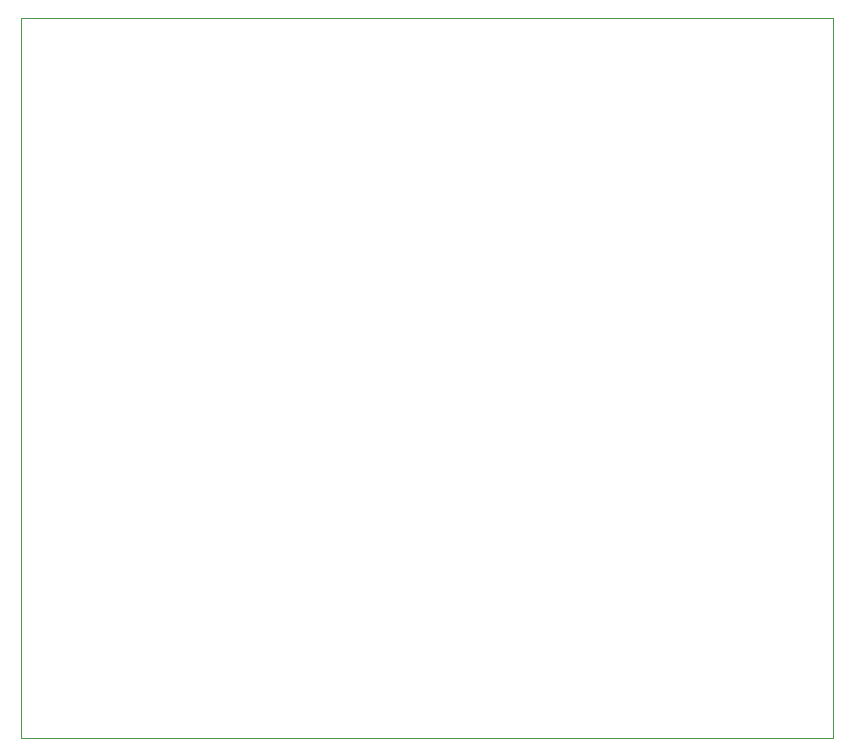
<source format=gbr>
%TF.GenerationSoftware,KiCad,Pcbnew,8.0.3*%
%TF.CreationDate,2024-07-13T22:25:02+09:00*%
%TF.ProjectId,nucleo_rolicon,6e75636c-656f-45f7-926f-6c69636f6e2e,rev?*%
%TF.SameCoordinates,Original*%
%TF.FileFunction,Profile,NP*%
%FSLAX46Y46*%
G04 Gerber Fmt 4.6, Leading zero omitted, Abs format (unit mm)*
G04 Created by KiCad (PCBNEW 8.0.3) date 2024-07-13 22:25:02*
%MOMM*%
%LPD*%
G01*
G04 APERTURE LIST*
%TA.AperFunction,Profile*%
%ADD10C,0.050000*%
%TD*%
G04 APERTURE END LIST*
D10*
X112110000Y-63600000D02*
X180910000Y-63600000D01*
X180910000Y-124500000D01*
X112110000Y-124500000D01*
X112110000Y-63600000D01*
M02*

</source>
